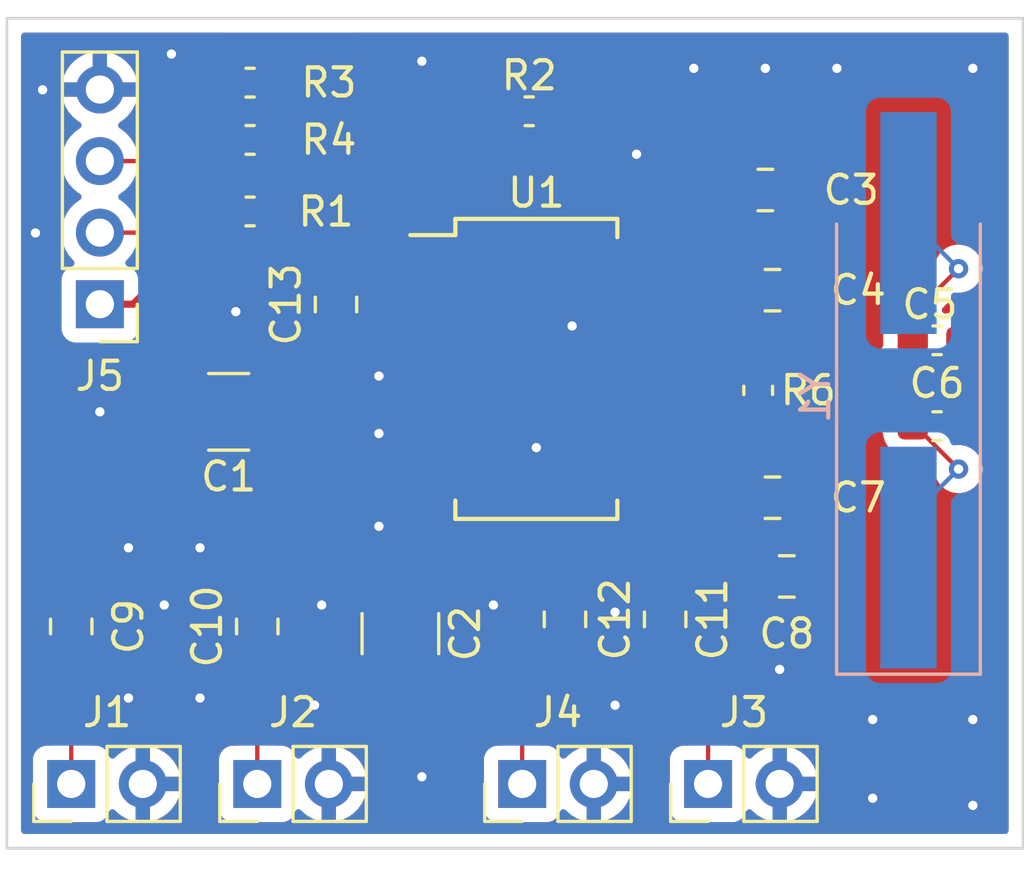
<source format=kicad_pcb>
(kicad_pcb (version 20211014) (generator pcbnew)
  (layers (0 "F.Cu" signal "Front") (31 "B.Cu" signal "Back") (34 "B.Paste" user) (35 "F.Paste" user) (36 "B.SilkS" user "B.Silkscreen") (37 "F.SilkS" user "F.Silkscreen") (38 "B.Mask" user) (39 "F.Mask" user) (44 "Edge.Cuts" user))
  (net 0 "")
  (net 1 "Net-(C1-Pad1)")
  (net 2 "GND")
  (net 3 "Net-(C2-Pad1)")
  (net 4 "Net-(C3-Pad1)")
  (net 5 "Net-(C4-Pad1)")
  (net 6 "Net-(C5-Pad1)")
  (net 7 "Net-(C6-Pad1)")
  (net 8 "Net-(C7-Pad1)")
  (net 9 "Net-(C8-Pad1)")
  (net 10 "Net-(C9-Pad1)")
  (net 11 "Net-(C10-Pad1)")
  (net 12 "Net-(C11-Pad1)")
  (net 13 "Net-(C12-Pad1)")
  (net 14 "Net-(C13-Pad1)")
  (net 15 "/V_BUS")
  (net 16 "/D-")
  (net 17 "/D+")
  (net 18 "Net-(R3-Pad2)")
  (net 19 "Net-(R4-Pad2)")
  (net 26 "/IN_Left")
  (net 27 "/IN_Right")
  (net 28 "/OUT_Left")
  (net 29 "/OUT_Right")
  (footprint "Connector_PinHeader_2.54mm:PinHeader_1x02_P2.54mm_Vertical" (layer "F.Cu") (at 120.142 91.948 90)
    (fp_text reference "J2" (at 2.54 1.275 180) (layer "F.SilkS"))
    (fp_text value "IN_RIGHT")
    (fp_line (start -1.33 1.27) (end 1.33 1.27) (layer "F.SilkS") (width 0.12))
    (fp_line (start 1.33 1.27) (end 1.33 3.87) (layer "F.SilkS") (width 0.12))
    (fp_line (start -1.33 0) (end -1.33 -1.33) (layer "F.SilkS") (width 0.12))
    (fp_line (start -1.33 3.87) (end 1.33 3.87) (layer "F.SilkS") (width 0.12))
    (fp_line (start -1.33 1.27) (end -1.33 3.87) (layer "F.SilkS") (width 0.12))
    (fp_line (start -1.33 -1.33) (end 0 -1.33) (layer "F.SilkS") (width 0.12))
    (pad "1" thru_hole rect (at 0 0 90) (size 1.7 1.7) (drill 1) (layers *.Cu *.Mask) (net 27 "/IN_Right"))
    (pad "2" thru_hole oval (at 0 2.54 90) (size 1.7 1.7) (drill 1) (layers *.Cu *.Mask) (net 2 "GND"))
  )
  (footprint "Capacitor_SMD:C_0805_2012Metric_Pad1.18x1.45mm_HandSolder" (layer "F.Cu") (at 138.43 74.422)
    (fp_text reference "C4" (at 3.048 0) (layer "F.SilkS"))
    (fp_text value "1uF")
    (fp_line (start -0.261252 -0.735) (end 0.261252 -0.735) (layer "F.SilkS") (width 0.12))
    (fp_line (start -0.261252 0.735) (end 0.261252 0.735) (layer "F.SilkS") (width 0.12))
    (pad "1" smd roundrect (at -1.0375 0) (size 1.175 1.45) (layers "F.Cu" "F.Paste" "F.Mask") (roundrect_rratio 0.212766) (net 5 "Net-(C4-Pad1)"))
    (pad "2" smd roundrect (at 1.0375 0) (size 1.175 1.45) (layers "F.Cu" "F.Paste" "F.Mask") (roundrect_rratio 0.212766) (net 2 "GND"))
  )
  (footprint "Package_SO:SSOP-28_5.3x10.2mm_P0.65mm" (layer "F.Cu") (at 130.048 77.216)
    (fp_text reference "U1" (at 0 -6.25) (layer "F.SilkS"))
    (fp_text value "PCM2902C")
    (fp_line (start -2.875 -4.75) (end -4.475 -4.75) (layer "F.SilkS") (width 0.15))
    (fp_line (start 2.875 -5.325) (end 2.875 -4.675) (layer "F.SilkS") (width 0.15))
    (fp_line (start -2.875 5.325) (end -2.875 4.675) (layer "F.SilkS") (width 0.15))
    (fp_line (start -2.875 5.325) (end 2.875 5.325) (layer "F.SilkS") (width 0.15))
    (fp_line (start 2.875 5.325) (end 2.875 4.675) (layer "F.SilkS") (width 0.15))
    (fp_line (start -2.875 -5.325) (end 2.875 -5.325) (layer "F.SilkS") (width 0.15))
    (fp_line (start -2.875 -5.325) (end -2.875 -4.75) (layer "F.SilkS") (width 0.15))
    (pad "1" smd rect (at -3.6 -4.225) (size 1.75 0.45) (layers "F.Cu" "F.Paste" "F.Mask") (net 18 "Net-(R3-Pad2)"))
    (pad "2" smd rect (at -3.6 -3.575) (size 1.75 0.45) (layers "F.Cu" "F.Paste" "F.Mask") (net 19 "Net-(R4-Pad2)"))
    (pad "3" smd rect (at -3.6 -2.925) (size 1.75 0.45) (layers "F.Cu" "F.Paste" "F.Mask") (net 14 "Net-(C13-Pad1)"))
    (pad "4" smd rect (at -3.6 -2.275) (size 1.75 0.45) (layers "F.Cu" "F.Paste" "F.Mask") (net 2 "GND"))
    (pad "5" smd rect (at -3.6 -1.625) (size 1.75 0.45) (layers "F.Cu" "F.Paste" "F.Mask"))
    (pad "6" smd rect (at -3.6 -0.975) (size 1.75 0.45) (layers "F.Cu" "F.Paste" "F.Mask"))
    (pad "7" smd rect (at -3.6 -0.325) (size 1.75 0.45) (layers "F.Cu" "F.Paste" "F.Mask"))
    (pad "8" smd rect (at -3.6 0.325) (size 1.75 0.45) (layers "F.Cu" "F.Paste" "F.Mask") (net 4 "Net-(C3-Pad1)"))
    (pad "9" smd rect (at -3.6 0.975) (size 1.75 0.45) (layers "F.Cu" "F.Paste" "F.Mask") (net 4 "Net-(C3-Pad1)"))
    (pad "10" smd rect (at -3.6 1.625) (size 1.75 0.45) (layers "F.Cu" "F.Paste" "F.Mask") (net 1 "Net-(C1-Pad1)"))
    (pad "11" smd rect (at -3.6 2.275) (size 1.75 0.45) (layers "F.Cu" "F.Paste" "F.Mask") (net 2 "GND"))
    (pad "12" smd rect (at -3.6 2.925) (size 1.75 0.45) (layers "F.Cu" "F.Paste" "F.Mask") (net 10 "Net-(C9-Pad1)"))
    (pad "13" smd rect (at -3.6 3.575) (size 1.75 0.45) (layers "F.Cu" "F.Paste" "F.Mask") (net 11 "Net-(C10-Pad1)"))
    (pad "14" smd rect (at -3.6 4.225) (size 1.75 0.45) (layers "F.Cu" "F.Paste" "F.Mask") (net 3 "Net-(C2-Pad1)"))
    (pad "15" smd rect (at 3.6 4.225) (size 1.75 0.45) (layers "F.Cu" "F.Paste" "F.Mask") (net 13 "Net-(C12-Pad1)"))
    (pad "16" smd rect (at 3.6 3.575) (size 1.75 0.45) (layers "F.Cu" "F.Paste" "F.Mask") (net 12 "Net-(C11-Pad1)"))
    (pad "17" smd rect (at 3.6 2.925) (size 1.75 0.45) (layers "F.Cu" "F.Paste" "F.Mask") (net 9 "Net-(C8-Pad1)"))
    (pad "18" smd rect (at 3.6 2.275) (size 1.75 0.45) (layers "F.Cu" "F.Paste" "F.Mask") (net 2 "GND"))
    (pad "19" smd rect (at 3.6 1.625) (size 1.75 0.45) (layers "F.Cu" "F.Paste" "F.Mask") (net 8 "Net-(C7-Pad1)"))
    (pad "20" smd rect (at 3.6 0.975) (size 1.75 0.45) (layers "F.Cu" "F.Paste" "F.Mask") (net 7 "Net-(C6-Pad1)"))
    (pad "21" smd rect (at 3.6 0.325) (size 1.75 0.45) (layers "F.Cu" "F.Paste" "F.Mask") (net 6 "Net-(C5-Pad1)"))
    (pad "22" smd rect (at 3.6 -0.325) (size 1.75 0.45) (layers "F.Cu" "F.Paste" "F.Mask") (net 2 "GND"))
    (pad "23" smd rect (at 3.6 -0.975) (size 1.75 0.45) (layers "F.Cu" "F.Paste" "F.Mask") (net 5 "Net-(C4-Pad1)"))
    (pad "24" smd rect (at 3.6 -1.625) (size 1.75 0.45) (layers "F.Cu" "F.Paste" "F.Mask"))
    (pad "25" smd rect (at 3.6 -2.275) (size 1.75 0.45) (layers "F.Cu" "F.Paste" "F.Mask"))
    (pad "26" smd rect (at 3.6 -2.925) (size 1.75 0.45) (layers "F.Cu" "F.Paste" "F.Mask") (net 2 "GND"))
    (pad "27" smd rect (at 3.6 -3.575) (size 1.75 0.45) (layers "F.Cu" "F.Paste" "F.Mask") (net 4 "Net-(C3-Pad1)"))
    (pad "28" smd rect (at 3.6 -4.225) (size 1.75 0.45) (layers "F.Cu" "F.Paste" "F.Mask"))
  )
  (footprint "Capacitor_SMD:C_0805_2012Metric_Pad1.18x1.45mm_HandSolder" (layer "F.Cu") (at 138.176 70.866)
    (fp_text reference "C3" (at 3.048 0) (layer "F.SilkS"))
    (fp_text value "1uF")
    (fp_line (start -0.261252 0.735) (end 0.261252 0.735) (layer "F.SilkS") (width 0.12))
    (fp_line (start -0.261252 -0.735) (end 0.261252 -0.735) (layer "F.SilkS") (width 0.12))
    (pad "1" smd roundrect (at -1.0375 0) (size 1.175 1.45) (layers "F.Cu" "F.Paste" "F.Mask") (roundrect_rratio 0.212766) (net 4 "Net-(C3-Pad1)"))
    (pad "2" smd roundrect (at 1.0375 0) (size 1.175 1.45) (layers "F.Cu" "F.Paste" "F.Mask") (roundrect_rratio 0.212766) (net 2 "GND"))
  )
  (footprint "Connector_PinHeader_2.54mm:PinHeader_1x02_P2.54mm_Vertical" (layer "F.Cu") (at 136.144 91.948 90)
    (fp_text reference "J3" (at 2.54 1.27 180) (layer "F.SilkS"))
    (fp_text value "Audio Out")
    (fp_line (start -1.33 3.87) (end 1.33 3.87) (layer "F.SilkS") (width 0.12))
    (fp_line (start -1.33 1.27) (end 1.33 1.27) (layer "F.SilkS") (width 0.12))
    (fp_line (start -1.33 1.27) (end -1.33 3.87) (layer "F.SilkS") (width 0.12))
    (fp_line (start -1.33 -1.33) (end 0 -1.33) (layer "F.SilkS") (width 0.12))
    (fp_line (start 1.33 1.27) (end 1.33 3.87) (layer "F.SilkS") (width 0.12))
    (fp_line (start -1.33 0) (end -1.33 -1.33) (layer "F.SilkS") (width 0.12))
    (pad "1" thru_hole rect (at 0 0 90) (size 1.7 1.7) (drill 1) (layers *.Cu *.Mask) (net 28 "/OUT_Left"))
    (pad "2" thru_hole oval (at 0 2.54 90) (size 1.7 1.7) (drill 1) (layers *.Cu *.Mask) (net 2 "GND"))
  )
  (footprint "Connector_PinHeader_2.54mm:PinHeader_1x04_P2.54mm_Vertical" (layer "F.Cu") (at 114.554 74.92 180)
    (fp_text reference "J5" (at 0 -2.55) (layer "F.SilkS"))
    (fp_text value "USB")
    (fp_line (start -1.33 1.27) (end 1.33 1.27) (layer "F.SilkS") (width 0.12))
    (fp_line (start 1.33 1.27) (end 1.33 8.95) (layer "F.SilkS") (width 0.12))
    (fp_line (start -1.33 -1.33) (end 0 -1.33) (layer "F.SilkS") (width 0.12))
    (fp_line (start -1.33 8.95) (end 1.33 8.95) (layer "F.SilkS") (width 0.12))
    (fp_line (start -1.33 1.27) (end -1.33 8.95) (layer "F.SilkS") (width 0.12))
    (fp_line (start -1.33 0) (end -1.33 -1.33) (layer "F.SilkS") (width 0.12))
    (pad "1" thru_hole rect (at 0 0 180) (size 1.7 1.7) (drill 1) (layers *.Cu *.Mask) (net 15 "/V_BUS"))
    (pad "2" thru_hole oval (at 0 2.54 180) (size 1.7 1.7) (drill 1) (layers *.Cu *.Mask) (net 16 "/D-"))
    (pad "3" thru_hole oval (at 0 5.08 180) (size 1.7 1.7) (drill 1) (layers *.Cu *.Mask) (net 17 "/D+"))
    (pad "4" thru_hole oval (at 0 7.62 180) (size 1.7 1.7) (drill 1) (layers *.Cu *.Mask) (net 2 "GND"))
  )
  (footprint "Capacitor_SMD:C_1210_3225Metric_Pad1.33x2.70mm_HandSolder" (layer "F.Cu") (at 125.222 86.614 -90)
    (fp_text reference "C2" (at 0 -2.3 90) (layer "F.SilkS"))
    (fp_text value "10uF")
    (fp_line (start -0.711252 1.36) (end 0.711252 1.36) (layer "F.SilkS") (width 0.12))
    (fp_line (start -0.711252 -1.36) (end 0.711252 -1.36) (layer "F.SilkS") (width 0.12))
    (pad "1" smd roundrect (at -1.5625 0 270) (size 1.325 2.7) (layers "F.Cu" "F.Paste" "F.Mask") (roundrect_rratio 0.188679) (net 3 "Net-(C2-Pad1)"))
    (pad "2" smd roundrect (at 1.5625 0 270) (size 1.325 2.7) (layers "F.Cu" "F.Paste" "F.Mask") (roundrect_rratio 0.188679) (net 2 "GND"))
  )
  (footprint "Connector_PinHeader_2.54mm:PinHeader_1x02_P2.54mm_Vertical" (layer "F.Cu") (at 113.538 91.948 90)
    (fp_text reference "J1" (at 2.54 1.275) (layer "F.SilkS"))
    (fp_text value "IN_LEFT")
    (fp_line (start -1.33 1.27) (end 1.33 1.27) (layer "F.SilkS") (width 0.12))
    (fp_line (start -1.33 1.27) (end -1.33 3.87) (layer "F.SilkS") (width 0.12))
    (fp_line (start -1.33 3.87) (end 1.33 3.87) (layer "F.SilkS") (width 0.12))
    (fp_line (start 1.33 1.27) (end 1.33 3.87) (layer "F.SilkS") (width 0.12))
    (fp_line (start -1.33 -1.33) (end 0 -1.33) (layer "F.SilkS") (width 0.12))
    (fp_line (start -1.33 0) (end -1.33 -1.33) (layer "F.SilkS") (width 0.12))
    (pad "1" thru_hole rect (at 0 0 90) (size 1.7 1.7) (drill 1) (layers *.Cu *.Mask) (net 26 "/IN_Left"))
    (pad "2" thru_hole oval (at 0 2.54 90) (size 1.7 1.7) (drill 1) (layers *.Cu *.Mask) (net 2 "GND"))
  )
  (footprint "Capacitor_SMD:C_0603_1608Metric_Pad1.08x0.95mm_HandSolder" (layer "F.Cu") (at 119.888 69.088)
    (fp_text reference "R4" (at 2.794 0) (layer "F.SilkS"))
    (fp_text value "22")
    (fp_line (start -0.146267 0.51) (end 0.146267 0.51) (layer "F.SilkS") (width 0.12))
    (fp_line (start -0.146267 -0.51) (end 0.146267 -0.51) (layer "F.SilkS") (width 0.12))
    (pad "1" smd roundrect (at -0.8625 0) (size 1.075 0.95) (layers "F.Cu" "F.Paste" "F.Mask") (net 16 "/D-"))
    (pad "2" smd roundrect (at 0.8625 0) (size 1.075 0.95) (layers "F.Cu" "F.Paste" "F.Mask") (net 19 "Net-(R4-Pad2)"))
  )
  (footprint "Capacitor_SMD:C_0805_2012Metric_Pad1.18x1.45mm_HandSolder" (layer "F.Cu") (at 120.142 86.36 -90)
    (fp_text reference "C10" (at 0 1.778 90) (layer "F.SilkS"))
    (fp_text value "1uF")
    (fp_line (start -0.261252 0.735) (end 0.261252 0.735) (layer "F.SilkS") (width 0.12))
    (fp_line (start -0.261252 -0.735) (end 0.261252 -0.735) (layer "F.SilkS") (width 0.12))
    (pad "1" smd roundrect (at -1.0375 0 270) (size 1.175 1.45) (layers "F.Cu" "F.Paste" "F.Mask") (roundrect_rratio 0.212766) (net 11 "Net-(C10-Pad1)"))
    (pad "2" smd roundrect (at 1.0375 0 270) (size 1.175 1.45) (layers "F.Cu" "F.Paste" "F.Mask") (roundrect_rratio 0.212766) (net 27 "/IN_Right"))
  )
  (footprint "Capacitor_SMD:C_0603_1608Metric_Pad1.08x0.95mm_HandSolder" (layer "F.Cu") (at 144.272 79.248)
    (fp_text reference "C6" (at 0 -1.524 180) (layer "F.SilkS"))
    (fp_text value "10pF")
    (fp_line (start -0.146267 -0.51) (end 0.146267 -0.51) (layer "F.SilkS") (width 0.12))
    (fp_line (start -0.146267 0.51) (end 0.146267 0.51) (layer "F.SilkS") (width 0.12))
    (pad "1" smd roundrect (at -0.8625 0) (size 1.075 0.95) (layers "F.Cu" "F.Paste" "F.Mask") (net 7 "Net-(C6-Pad1)"))
    (pad "2" smd roundrect (at 0.8625 0) (size 1.075 0.95) (layers "F.Cu" "F.Paste" "F.Mask") (net 2 "GND"))
  )
  (footprint "Capacitor_SMD:C_0603_1608Metric_Pad1.08x0.95mm_HandSolder" (layer "F.Cu") (at 129.794 68.072 180)
    (fp_text reference "R2" (at 0 1.27) (layer "F.SilkS"))
    (fp_text value "1.5k")
    (fp_line (start -0.146267 -0.51) (end 0.146267 -0.51) (layer "F.SilkS") (width 0.12))
    (fp_line (start -0.146267 0.51) (end 0.146267 0.51) (layer "F.SilkS") (width 0.12))
    (pad "1" smd roundrect (at -0.8625 0 180) (size 1.075 0.95) (layers "F.Cu" "F.Paste" "F.Mask") (net 4 "Net-(C3-Pad1)"))
    (pad "2" smd roundrect (at 0.8625 0 180) (size 1.075 0.95) (layers "F.Cu" "F.Paste" "F.Mask") (net 17 "/D+"))
  )
  (footprint "Capacitor_SMD:C_0805_2012Metric_Pad1.18x1.45mm_HandSolder" (layer "F.Cu") (at 122.936 74.93 -90)
    (fp_text reference "C13" (at 0 1.778 90) (layer "F.SilkS"))
    (fp_text value "1uF")
    (fp_line (start -0.261252 0.735) (end 0.261252 0.735) (layer "F.SilkS") (width 0.12))
    (fp_line (start -0.261252 -0.735) (end 0.261252 -0.735) (layer "F.SilkS") (width 0.12))
    (pad "1" smd roundrect (at -1.0375 0 270) (size 1.175 1.45) (layers "F.Cu" "F.Paste" "F.Mask") (roundrect_rratio 0.212766) (net 14 "Net-(C13-Pad1)"))
    (pad "2" smd roundrect (at 1.0375 0 270) (size 1.175 1.45) (layers "F.Cu" "F.Paste" "F.Mask") (roundrect_rratio 0.212766) (net 2 "GND"))
  )
  (footprint "Capacitor_SMD:C_0805_2012Metric_Pad1.18x1.45mm_HandSolder" (layer "F.Cu") (at 134.62 86.106 -90)
    (fp_text reference "C11" (at 0 -1.68 90) (layer "F.SilkS"))
    (fp_text value "1uF")
    (fp_line (start -0.261252 -0.735) (end 0.261252 -0.735) (layer "F.SilkS") (width 0.12))
    (fp_line (start -0.261252 0.735) (end 0.261252 0.735) (layer "F.SilkS") (width 0.12))
    (pad "1" smd roundrect (at -1.0375 0 270) (size 1.175 1.45) (layers "F.Cu" "F.Paste" "F.Mask") (roundrect_rratio 0.212766) (net 12 "Net-(C11-Pad1)"))
    (pad "2" smd roundrect (at 1.0375 0 270) (size 1.175 1.45) (layers "F.Cu" "F.Paste" "F.Mask") (roundrect_rratio 0.212766) (net 28 "/OUT_Left"))
  )
  (footprint "Capacitor_SMD:C_0805_2012Metric_Pad1.18x1.45mm_HandSolder" (layer "F.Cu") (at 131.064 86.106 -90)
    (fp_text reference "C12" (at 0 -1.778 90) (layer "F.SilkS"))
    (fp_text value "1uF")
    (fp_line (start -0.261252 -0.735) (end 0.261252 -0.735) (layer "F.SilkS") (width 0.12))
    (fp_line (start -0.261252 0.735) (end 0.261252 0.735) (layer "F.SilkS") (width 0.12))
    (pad "1" smd roundrect (at -1.0375 0 270) (size 1.175 1.45) (layers "F.Cu" "F.Paste" "F.Mask") (roundrect_rratio 0.212766) (net 13 "Net-(C12-Pad1)"))
    (pad "2" smd roundrect (at 1.0375 0 270) (size 1.175 1.45) (layers "F.Cu" "F.Paste" "F.Mask") (roundrect_rratio 0.212766) (net 29 "/OUT_Right"))
  )
  (footprint "Capacitor_SMD:C_0805_2012Metric_Pad1.18x1.45mm_HandSolder" (layer "F.Cu") (at 138.938 84.582)
    (fp_text reference "C8" (at 0 2.032) (layer "F.SilkS"))
    (fp_text value "1uF")
    (fp_line (start -0.261252 -0.735) (end 0.261252 -0.735) (layer "F.SilkS") (width 0.12))
    (fp_line (start -0.261252 0.735) (end 0.261252 0.735) (layer "F.SilkS") (width 0.12))
    (pad "1" smd roundrect (at -1.0375 0) (size 1.175 1.45) (layers "F.Cu" "F.Paste" "F.Mask") (roundrect_rratio 0.212766) (net 9 "Net-(C8-Pad1)"))
    (pad "2" smd roundrect (at 1.0375 0) (size 1.175 1.45) (layers "F.Cu" "F.Paste" "F.Mask") (roundrect_rratio 0.212766) (net 2 "GND"))
  )
  (footprint "Capacitor_SMD:C_0603_1608Metric_Pad1.08x0.95mm_HandSolder" (layer "F.Cu") (at 137.922 77.978 90)
    (fp_text reference "R6" (at 0 1.778 180) (layer "F.SilkS"))
    (fp_text value "1M")
    (fp_line (start -0.146267 -0.51) (end 0.146267 -0.51) (layer "F.SilkS") (width 0.12))
    (fp_line (start -0.146267 0.51) (end 0.146267 0.51) (layer "F.SilkS") (width 0.12))
    (pad "1" smd roundrect (at -0.8625 0 90) (size 1.075 0.95) (layers "F.Cu" "F.Paste" "F.Mask") (net 7 "Net-(C6-Pad1)"))
    (pad "2" smd roundrect (at 0.8625 0 90) (size 1.075 0.95) (layers "F.Cu" "F.Paste" "F.Mask") (net 6 "Net-(C5-Pad1)"))
  )
  (footprint "Capacitor_SMD:C_0805_2012Metric_Pad1.18x1.45mm_HandSolder" (layer "F.Cu") (at 138.43 81.788)
    (fp_text reference "C7" (at 3.048 0) (layer "F.SilkS"))
    (fp_text value "1uF")
    (fp_line (start -0.261252 -0.735) (end 0.261252 -0.735) (layer "F.SilkS") (width 0.12))
    (fp_line (start -0.261252 0.735) (end 0.261252 0.735) (layer "F.SilkS") (width 0.12))
    (pad "1" smd roundrect (at -1.0375 0) (size 1.175 1.45) (layers "F.Cu" "F.Paste" "F.Mask") (roundrect_rratio 0.212766) (net 8 "Net-(C7-Pad1)"))
    (pad "2" smd roundrect (at 1.0375 0) (size 1.175 1.45) (layers "F.Cu" "F.Paste" "F.Mask") (roundrect_rratio 0.212766) (net 2 "GND"))
  )
  (footprint "Capacitor_SMD:C_1210_3225Metric_Pad1.33x2.70mm_HandSolder" (layer "F.Cu") (at 119.126 78.74 180)
    (fp_text reference "C1" (at 0 -2.3) (layer "F.SilkS"))
    (fp_text value "10uF")
    (fp_line (start -0.711252 1.36) (end 0.711252 1.36) (layer "F.SilkS") (width 0.12))
    (fp_line (start -0.711252 -1.36) (end 0.711252 -1.36) (layer "F.SilkS") (width 0.12))
    (pad "1" smd roundrect (at -1.5625 0 180) (size 1.325 2.7) (layers "F.Cu" "F.Paste" "F.Mask") (roundrect_rratio 0.188679) (net 1 "Net-(C1-Pad1)"))
    (pad "2" smd roundrect (at 1.5625 0 180) (size 1.325 2.7) (layers "F.Cu" "F.Paste" "F.Mask") (roundrect_rratio 0.188679) (net 2 "GND"))
  )
  (footprint "Capacitor_SMD:C_0603_1608Metric_Pad1.08x0.95mm_HandSolder" (layer "F.Cu") (at 144.272 76.2)
    (fp_text reference "C5" (at -0.254 -1.27 180) (layer "F.SilkS"))
    (fp_text value "10pF")
    (fp_line (start -0.146267 -0.51) (end 0.146267 -0.51) (layer "F.SilkS") (width 0.12))
    (fp_line (start -0.146267 0.51) (end 0.146267 0.51) (layer "F.SilkS") (width 0.12))
    (pad "1" smd roundrect (at -0.8625 0) (size 1.075 0.95) (layers "F.Cu" "F.Paste" "F.Mask") (net 6 "Net-(C5-Pad1)"))
    (pad "2" smd roundrect (at 0.8625 0) (size 1.075 0.95) (layers "F.Cu" "F.Paste" "F.Mask") (net 2 "GND"))
  )
  (footprint "Connector_PinHeader_2.54mm:PinHeader_1x02_P2.54mm_Vertical" (layer "F.Cu") (at 129.545 91.948 90)
    (fp_text reference "J4" (at 2.54 1.27 180) (layer "F.SilkS"))
    (fp_text value "Audio Out")
    (fp_line (start 1.33 1.27) (end 1.33 3.87) (layer "F.SilkS") (width 0.12))
    (fp_line (start -1.33 3.87) (end 1.33 3.87) (layer "F.SilkS") (width 0.12))
    (fp_line (start -1.33 -1.33) (end 0 -1.33) (layer "F.SilkS") (width 0.12))
    (fp_line (start -1.33 0) (end -1.33 -1.33) (layer "F.SilkS") (width 0.12))
    (fp_line (start -1.33 1.27) (end -1.33 3.87) (layer "F.SilkS") (width 0.12))
    (fp_line (start -1.33 1.27) (end 1.33 1.27) (layer "F.SilkS") (width 0.12))
    (pad "1" thru_hole rect (at 0 0 90) (size 1.7 1.7) (drill 1) (layers *.Cu *.Mask) (net 29 "/OUT_Right"))
    (pad "2" thru_hole oval (at 0 2.54 90) (size 1.7 1.7) (drill 1) (layers *.Cu *.Mask) (net 2 "GND"))
  )
  (footprint "Capacitor_SMD:C_0603_1608Metric_Pad1.08x0.95mm_HandSolder" (layer "F.Cu") (at 119.888 67.056)
    (fp_text reference "R3" (at 2.794 0) (layer "F.SilkS"))
    (fp_text value "22")
    (fp_line (start -0.146267 0.51) (end 0.146267 0.51) (layer "F.SilkS") (width 0.12))
    (fp_line (start -0.146267 -0.51) (end 0.146267 -0.51) (layer "F.SilkS") (width 0.12))
    (pad "1" smd roundrect (at -0.8625 0) (size 1.075 0.95) (layers "F.Cu" "F.Paste" "F.Mask") (net 17 "/D+"))
    (pad "2" smd roundrect (at 0.8625 0) (size 1.075 0.95) (layers "F.Cu" "F.Paste" "F.Mask") (net 18 "Net-(R3-Pad2)"))
  )
  (footprint "Capacitor_SMD:C_0603_1608Metric_Pad1.08x0.95mm_HandSolder" (layer "F.Cu") (at 119.888 71.628)
    (fp_text reference "R1" (at 2.6935 0.01) (layer "F.SilkS"))
    (fp_text value "2.2")
    (fp_line (start -0.146267 0.51) (end 0.146267 0.51) (layer "F.SilkS") (width 0.12))
    (fp_line (start -0.146267 -0.51) (end 0.146267 -0.51) (layer "F.SilkS") (width 0.12))
    (pad "1" smd roundrect (at -0.8625 0) (size 1.075 0.95) (layers "F.Cu" "F.Paste" "F.Mask") (net 15 "/V_BUS"))
    (pad "2" smd roundrect (at 0.8625 0) (size 1.075 0.95) (layers "F.Cu" "F.Paste" "F.Mask") (net 14 "Net-(C13-Pad1)"))
  )
  (footprint "Capacitor_SMD:C_0805_2012Metric_Pad1.18x1.45mm_HandSolder" (layer "F.Cu") (at 113.538 86.36 -90)
    (fp_text reference "C9" (at 0 -2.032 90) (layer "F.SilkS"))
    (fp_text value "1uF")
    (fp_line (start -0.261252 0.735) (end 0.261252 0.735) (layer "F.SilkS") (width 0.12))
    (fp_line (start -0.261252 -0.735) (end 0.261252 -0.735) (layer "F.SilkS") (width 0.12))
    (pad "1" smd roundrect (at -1.0375 0 270) (size 1.175 1.45) (layers "F.Cu" "F.Paste" "F.Mask") (roundrect_rratio 0.212766) (net 10 "Net-(C9-Pad1)"))
    (pad "2" smd roundrect (at 1.0375 0 270) (size 1.175 1.45) (layers "F.Cu" "F.Paste" "F.Mask") (roundrect_rratio 0.212766) (net 26 "/IN_Left"))
  )
  (footprint "Crystal:Crystal_SMD_HC49-SD_HandSoldering" (layer "B.Cu") (at 143.256 77.978 90)
    (fp_text reference "Y1" (at -0.254 -3.302 90) (layer "B.SilkS") (effects (justify mirror)))
    (fp_text value "12MHz")
    (fp_line (start 5.9 2.55) (end -10.075 2.55) (layer "B.SilkS") (width 0.12))
    (fp_line (start -10.075 -2.55) (end 5.9 -2.55) (layer "B.SilkS") (width 0.12))
    (fp_line (start -10.075 2.55) (end -10.075 -2.55) (layer "B.SilkS") (width 0.12))
    (pad "1" smd rect (at -5.9375 0 90) (size 7.875 2) (layers "B.Cu" "B.Paste" "B.Mask") (net 7 "Net-(C6-Pad1)"))
    (pad "2" smd rect (at 5.9375 0 90) (size 7.875 2) (layers "B.Cu" "B.Paste" "B.Mask") (net 6 "Net-(C5-Pad1)"))
  )
  (gr_rect (start 111.252 94.234) (end 147.32 64.77) (layer "Edge.Cuts") (width 0.1) (fill none))
  (segment (start 120.7895 78.841) (end 120.6885 78.74) (width 0.254) (layer "F.Cu") (net 1))
  (segment (start 126.448 78.841) (end 120.7895 78.841) (width 0.254) (layer "F.Cu") (net 1))
  (segment (start 124.4794 79.491) (end 124.46 79.5104) (width 0.1524) (layer "F.Cu") (net 2))
  (segment (start 132.719 74.291) (end 131.318 75.692) (width 0.1524) (layer "F.Cu") (net 2))
  (segment (start 130.567 79.491) (end 130.048 80.01) (width 0.1524) (layer "F.Cu") (net 2))
  (segment (start 126.448 79.491) (end 129.529 79.491) (width 0.1524) (layer "F.Cu") (net 2))
  (segment (start 123.9625 74.941) (end 122.936 75.9675) (width 0.1524) (layer "F.Cu") (net 2))
  (segment (start 133.648 74.291) (end 132.719 74.291) (width 0.1524) (layer "F.Cu") (net 2))
  (segment (start 126.448 74.941) (end 123.9625 74.941) (width 0.1524) (layer "F.Cu") (net 2))
  (segment (start 133.648 79.491) (end 130.567 79.491) (width 0.1524) (layer "F.Cu") (net 2))
  (segment (start 129.529 79.491) (end 130.048 80.01) (width 0.1524) (layer "F.Cu") (net 2))
  (segment (start 126.448 79.491) (end 124.4794 79.491) (width 0.1524) (layer "F.Cu") (net 2))
  (segment (start 132.517 76.891) (end 131.318 75.692) (width 0.1524) (layer "F.Cu") (net 2))
  (segment (start 133.648 76.891) (end 132.517 76.891) (width 0.1524) (layer "F.Cu") (net 2))
  (via (at 112.268 72.39) (size 0.6858) (drill 0.3302) (layers "F.Cu" "B.Cu") (net 2))
  (via (at 124.46 82.804) (size 0.6858) (drill 0.3302) (layers "F.Cu" "B.Cu") (net 2))
  (via (at 117.094 66.04) (size 0.6858) (drill 0.3302) (layers "F.Cu" "B.Cu") (net 2))
  (via (at 132.842 89.154) (size 0.6858) (drill 0.3302) (layers "F.Cu" "B.Cu") (net 2))
  (via (at 122.174 89.154) (size 0.6858) (drill 0.3302) (layers "F.Cu" "B.Cu") (net 2))
  (via (at 132.842 85.852) (size 0.6858) (drill 0.3302) (layers "F.Cu" "B.Cu") (net 2))
  (via (at 145.542 92.71) (size 0.6858) (drill 0.3302) (layers "F.Cu" "B.Cu") (net 2))
  (via (at 112.522 67.31) (size 0.6858) (drill 0.3302) (layers "F.Cu" "B.Cu") (net 2))
  (via (at 133.604 69.596) (size 0.6858) (drill 0.3302) (layers "F.Cu" "B.Cu") (net 2))
  (via (at 115.57 88.9) (size 0.6858) (drill 0.3302) (layers "F.Cu" "B.Cu") (net 2))
  (via (at 118.11 83.566) (size 0.6858) (drill 0.3302) (layers "F.Cu" "B.Cu") (net 2))
  (via (at 128.524 85.598) (size 0.6858) (drill 0.3302) (layers "F.Cu" "B.Cu") (net 2))
  (via (at 145.542 66.548) (size 0.6858) (drill 0.3302) (layers "F.Cu" "B.Cu") (net 2))
  (via (at 141.986 89.662) (size 0.6858) (drill 0.3302) (layers "F.Cu" "B.Cu") (net 2))
  (via (at 119.38 75.184) (size 0.6858) (drill 0.3302) (layers "F.Cu" "B.Cu") (net 2))
  (via (at 135.636 66.548) (size 0.6858) (drill 0.3302) (layers "F.Cu" "B.Cu") (net 2))
  (via (at 138.176 66.548) (size 0.6858) (drill 0.3302) (layers "F.Cu" "B.Cu") (net 2))
  (via (at 114.554 78.74) (size 0.6858) (drill 0.3302) (layers "F.Cu" "B.Cu") (net 2))
  (via (at 130.048 80.01) (size 0.6858) (drill 0.3302) (layers "F.Cu" "B.Cu") (net 2))
  (via (at 138.684 87.884) (size 0.6858) (drill 0.3302) (layers "F.Cu" "B.Cu") (net 2))
  (via (at 140.716 66.548) (size 0.6858) (drill 0.3302) (layers "F.Cu" "B.Cu") (net 2))
  (via (at 125.984 91.694) (size 0.6858) (drill 0.3302) (layers "F.Cu" "B.Cu") (net 2))
  (via (at 131.318 75.692) (size 0.6858) (drill 0.3302) (layers "F.Cu" "B.Cu") (net 2))
  (via (at 141.986 92.456) (size 0.6858) (drill 0.3302) (layers "F.Cu" "B.Cu") (net 2))
  (via (at 115.57 83.566) (size 0.6858) (drill 0.3302) (layers "F.Cu" "B.Cu") (net 2))
  (via (at 145.542 89.662) (size 0.6858) (drill 0.3302) (layers "F.Cu" "B.Cu") (net 2))
  (via (at 122.428 85.598) (size 0.6858) (drill 0.3302) (layers "F.Cu" "B.Cu") (net 2))
  (via (at 125.984 66.294) (size 0.6858) (drill 0.3302) (layers "F.Cu" "B.Cu") (net 2))
  (via (at 124.46 79.5104) (size 0.6858) (drill 0.3302) (layers "F.Cu" "B.Cu") (net 2))
  (via (at 118.11 88.9) (size 0.6858) (drill 0.3302) (layers "F.Cu" "B.Cu") (net 2))
  (via (at 124.46 77.47) (size 0.6858) (drill 0.3302) (layers "F.Cu" "B.Cu") (net 2))
  (via (at 116.84 85.598) (size 0.6858) (drill 0.3302) (layers "F.Cu" "B.Cu") (net 2))
  (segment (start 126.448 83.8255) (end 125.222 85.0515) (width 0.1524) (layer "F.Cu") (net 3))
  (segment (start 126.448 81.441) (end 126.448 83.8255) (width 0.1524) (layer "F.Cu") (net 3))
  (segment (start 127.4754 77.541) (end 131.3754 73.641) (width 0.1524) (layer "F.Cu") (net 4))
  (segment (start 126.448 78.191) (end 126.448 77.541) (width 0.1524) (layer "F.Cu") (net 4))
  (segment (start 126.448 77.541) (end 127.4754 77.541) (width 0.1524) (layer "F.Cu") (net 4))
  (segment (start 131.3754 73.641) (end 133.648 73.641) (width 0.1524) (layer "F.Cu") (net 4))
  (segment (start 130.6565 68.072) (end 130.6565 72.9221) (width 0.1524) (layer "F.Cu") (net 4))
  (segment (start 130.6565 72.9221) (end 131.3754 73.641) (width 0.1524) (layer "F.Cu") (net 4))
  (segment (start 137.1385 71.1779) (end 137.1385 70.866) (width 0.1524) (layer "F.Cu") (net 4))
  (segment (start 134.6754 73.641) (end 137.1385 71.1779) (width 0.1524) (layer "F.Cu") (net 4))
  (segment (start 133.648 73.641) (end 134.6754 73.641) (width 0.1524) (layer "F.Cu") (net 4))
  (segment (start 133.648 76.241) (end 135.5735 76.241) (width 0.1524) (layer "F.Cu") (net 5))
  (segment (start 135.5735 76.241) (end 137.3925 74.422) (width 0.1524) (layer "F.Cu") (net 5))
  (segment (start 143.4095 76.2) (end 143.4095 75.2845) (width 0.1524) (layer "F.Cu") (net 6))
  (segment (start 142.494 77.1155) (end 143.4095 76.2) (width 0.1524) (layer "F.Cu") (net 6))
  (segment (start 135.057 77.541) (end 135.4825 77.1155) (width 0.1524) (layer "F.Cu") (net 6))
  (segment (start 143.4095 75.2845) (end 145.034 73.66) (width 0.1524) (layer "F.Cu") (net 6))
  (segment (start 137.922 77.1155) (end 142.494 77.1155) (width 0.1524) (layer "F.Cu") (net 6))
  (segment (start 133.648 77.541) (end 135.057 77.541) (width 0.1524) (layer "F.Cu") (net 6))
  (segment (start 135.4825 77.1155) (end 137.922 77.1155) (width 0.1524) (layer "F.Cu") (net 6))
  (via (at 145.034 73.66) (size 0.6858) (drill 0.3302) (layers "F.Cu" "B.Cu") (net 6))
  (segment (start 143.4145 72.0405) (end 143.256 72.0405) (width 0.1524) (layer "B.Cu") (net 6))
  (segment (start 145.034 73.66) (end 143.4145 72.0405) (width 0.1524) (layer "B.Cu") (net 6))
  (segment (start 135.341 78.191) (end 135.9905 78.8405) (width 0.1524) (layer "F.Cu") (net 7))
  (segment (start 133.648 78.191) (end 135.341 78.191) (width 0.1524) (layer "F.Cu") (net 7))
  (segment (start 143.51 79.248) (end 145.034 80.772) (width 0.1524) (layer "F.Cu") (net 7))
  (segment (start 143.002 78.8405) (end 143.4095 79.248) (width 0.1524) (layer "F.Cu") (net 7))
  (segment (start 135.9905 78.8405) (end 137.922 78.8405) (width 0.1524) (layer "F.Cu") (net 7))
  (segment (start 143.4095 79.248) (end 143.51 79.248) (width 0.1524) (layer "F.Cu") (net 7))
  (segment (start 137.922 78.8405) (end 143.002 78.8405) (width 0.1524) (layer "F.Cu") (net 7))
  (via (at 145.034 80.772) (size 0.6858) (drill 0.3302) (layers "F.Cu" "B.Cu") (net 7))
  (segment (start 143.256 82.55) (end 143.256 83.9155) (width 0.1524) (layer "B.Cu") (net 7))
  (segment (start 145.034 80.772) (end 143.256 82.55) (width 0.1524) (layer "B.Cu") (net 7))
  (segment (start 134.6504 78.841) (end 133.648 78.841) (width 0.1524) (layer "F.Cu") (net 8))
  (segment (start 136.144 80.3346) (end 134.6504 78.841) (width 0.1524) (layer "F.Cu") (net 8))
  (segment (start 137.3925 81.7665) (end 136.144 80.518) (width 0.1524) (layer "F.Cu") (net 8))
  (segment (start 137.3925 81.788) (end 137.3925 81.7665) (width 0.1524) (layer "F.Cu") (net 8))
  (segment (start 136.144 80.518) (end 136.144 80.3346) (width 0.1524) (layer "F.Cu") (net 8))
  (segment (start 136.144 83.058) (end 137.668 84.582) (width 0.1524) (layer "F.Cu") (net 9))
  (segment (start 133.648 80.141) (end 135.005 80.141) (width 0.1524) (layer "F.Cu") (net 9))
  (segment (start 137.668 84.582) (end 137.9005 84.582) (width 0.1524) (layer "F.Cu") (net 9))
  (segment (start 135.005 80.141) (end 136.144 81.28) (width 0.1524) (layer "F.Cu") (net 9))
  (segment (start 136.144 81.28) (end 136.144 83.058) (width 0.1524) (layer "F.Cu") (net 9))
  (segment (start 115.316 81.534) (end 113.538 83.312) (width 0.1524) (layer "F.Cu") (net 10))
  (segment (start 126.448 80.141) (end 123.059 80.141) (width 0.1524) (layer "F.Cu") (net 10))
  (segment (start 123.059 80.141) (end 121.666 81.534) (width 0.1524) (layer "F.Cu") (net 10))
  (segment (start 121.666 81.534) (end 115.316 81.534) (width 0.1524) (layer "F.Cu") (net 10))
  (segment (start 113.538 83.312) (end 113.538 85.3225) (width 0.1524) (layer "F.Cu") (net 10))
  (segment (start 123.971 80.791) (end 126.448 80.791) (width 0.1524) (layer "F.Cu") (net 11))
  (segment (start 120.65 82.55) (end 122.174 82.55) (width 0.1524) (layer "F.Cu") (net 11))
  (segment (start 120.142 85.3225) (end 120.142 83.058) (width 0.1524) (layer "F.Cu") (net 11))
  (segment (start 123.952 80.772) (end 123.971 80.791) (width 0.1524) (layer "F.Cu") (net 11))
  (segment (start 120.142 83.058) (end 120.65 82.55) (width 0.1524) (layer "F.Cu") (net 11))
  (segment (start 122.174 82.55) (end 123.952 80.772) (width 0.1524) (layer "F.Cu") (net 11))
  (segment (start 135.128 81.28) (end 135.128 84.5605) (width 0.1524) (layer "F.Cu") (net 12))
  (segment (start 133.648 80.791) (end 134.639 80.791) (width 0.1524) (layer "F.Cu") (net 12))
  (segment (start 135.128 84.5605) (end 134.62 85.0685) (width 0.1524) (layer "F.Cu") (net 12))
  (segment (start 134.639 80.791) (end 135.128 81.28) (width 0.1524) (layer "F.Cu") (net 12))
  (segment (start 133.648 82.4845) (end 131.064 85.0685) (width 0.1524) (layer "F.Cu") (net 13))
  (segment (start 133.648 81.441) (end 133.648 82.4845) (width 0.1524) (layer "F.Cu") (net 13))
  (segment (start 120.7505 71.707) (end 122.936 73.8925) (width 0.254) (layer "F.Cu") (net 14))
  (segment (start 120.7505 71.628) (end 120.7505 71.707) (width 0.254) (layer "F.Cu") (net 14))
  (segment (start 124.6925 73.8925) (end 125.091 74.291) (width 0.254) (layer "F.Cu") (net 14))
  (segment (start 125.091 74.291) (end 126.448 74.291) (width 0.254) (layer "F.Cu") (net 14))
  (segment (start 122.936 73.8925) (end 124.6925 73.8925) (width 0.254) (layer "F.Cu") (net 14))
  (segment (start 115.7335 74.92) (end 119.0255 71.628) (width 0.254) (layer "F.Cu") (net 15))
  (segment (start 114.554 74.92) (end 115.7335 74.92) (width 0.254) (layer "F.Cu") (net 15))
  (segment (start 114.554 72.38) (end 115.834 72.38) (width 0.1524) (layer "F.Cu") (net 16))
  (segment (start 115.834 72.38) (end 119.0255 69.1885) (width 0.1524) (layer "F.Cu") (net 16))
  (segment (start 119.0255 69.1885) (end 119.0255 69.088) (width 0.1524) (layer "F.Cu") (net 16))
  (segment (start 119.0255 66.3945) (end 119.0255 67.056) (width 0.1524) (layer "F.Cu") (net 17))
  (segment (start 122.936 65.786) (end 119.634 65.786) (width 0.1524) (layer "F.Cu") (net 17))
  (segment (start 119.634 65.786) (end 119.0255 66.3945) (width 0.1524) (layer "F.Cu") (net 17))
  (segment (start 125.222 68.072) (end 122.936 65.786) (width 0.1524) (layer "F.Cu") (net 17))
  (segment (start 114.554 69.84) (end 116.2415 69.84) (width 0.1524) (layer "F.Cu") (net 17))
  (segment (start 128.9315 68.072) (end 125.222 68.072) (width 0.1524) (layer "F.Cu") (net 17))
  (segment (start 116.2415 69.84) (end 119.0255 67.056) (width 0.1524) (layer "F.Cu") (net 17))
  (segment (start 126.448 72.092) (end 126.448 72.991) (width 0.1524) (layer "F.Cu") (net 18))
  (segment (start 121.412 67.056) (end 126.448 72.092) (width 0.1524) (layer "F.Cu") (net 18))
  (segment (start 120.7505 67.056) (end 121.412 67.056) (width 0.1524) (layer "F.Cu") (net 18))
  (segment (start 123.952 72.39) (end 125.203 73.641) (width 0.1524) (layer "F.Cu") (net 19))
  (segment (start 122.682 70.358) (end 122.682 71.882) (width 0.1524) (layer "F.Cu") (net 19))
  (segment (start 121.412 69.088) (end 122.682 70.358) (width 0.1524) (layer "F.Cu") (net 19))
  (segment (start 122.682 71.882) (end 123.19 72.39) (width 0.1524) (layer "F.Cu") (net 19))
  (segment (start 123.19 72.39) (end 123.952 72.39) (width 0.1524) (layer "F.Cu") (net 19))
  (segment (start 120.7505 69.088) (end 121.412 69.088) (width 0.1524) (layer "F.Cu") (net 19))
  (segment (start 125.203 73.641) (end 126.448 73.641) (width 0.1524) (layer "F.Cu") (net 19))
  (segment (start 113.538 87.3975) (end 113.538 91.948) (width 0.1524) (layer "F.Cu") (net 26))
  (segment (start 120.142 91.948) (end 120.142 87.3975) (width 0.1524) (layer "F.Cu") (net 27))
  (segment (start 136.144 88.6675) (end 136.144 91.948) (width 0.1524) (layer "F.Cu") (net 28))
  (segment (start 134.62 87.1435) (end 136.144 88.6675) (width 0.1524) (layer "F.Cu") (net 28))
  (segment (start 131.064 87.1435) (end 129.545 88.6625) (width 0.1524) (layer "F.Cu") (net 29))
  (segment (start 129.545 88.6625) (end 129.545 91.948) (width 0.1524) (layer "F.Cu") (net 29))
  (zone (net 2) (net_name "GND") (layers F&B.Cu) (connect_pads (clearance 0.508)) (min_thickness 0.254) (fill yes (thermal_gap 0.508) (thermal_bridge_width 0.508))
    (polygon (pts (xy 147.32 94.234) (xy 111.252 94.234) (xy 111.252 64.77) (xy 147.32 64.77)))
  )
)
</source>
